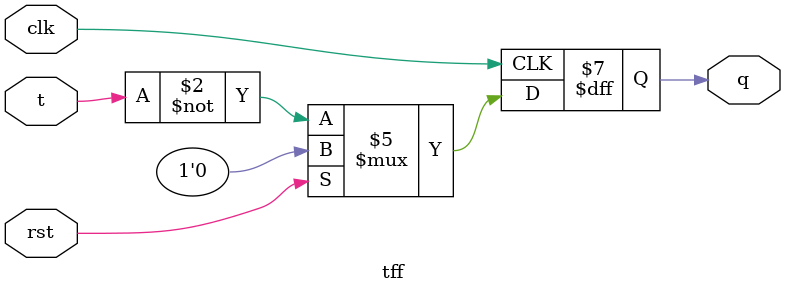
<source format=v>
module tff(clk,rst,t,q);
input t,clk,rst;
output reg q;
initial
q=1'b1;

always @(posedge clk)
begin
if(rst)
q=1'b0;
else
q=~t;
end
endmodule


</source>
